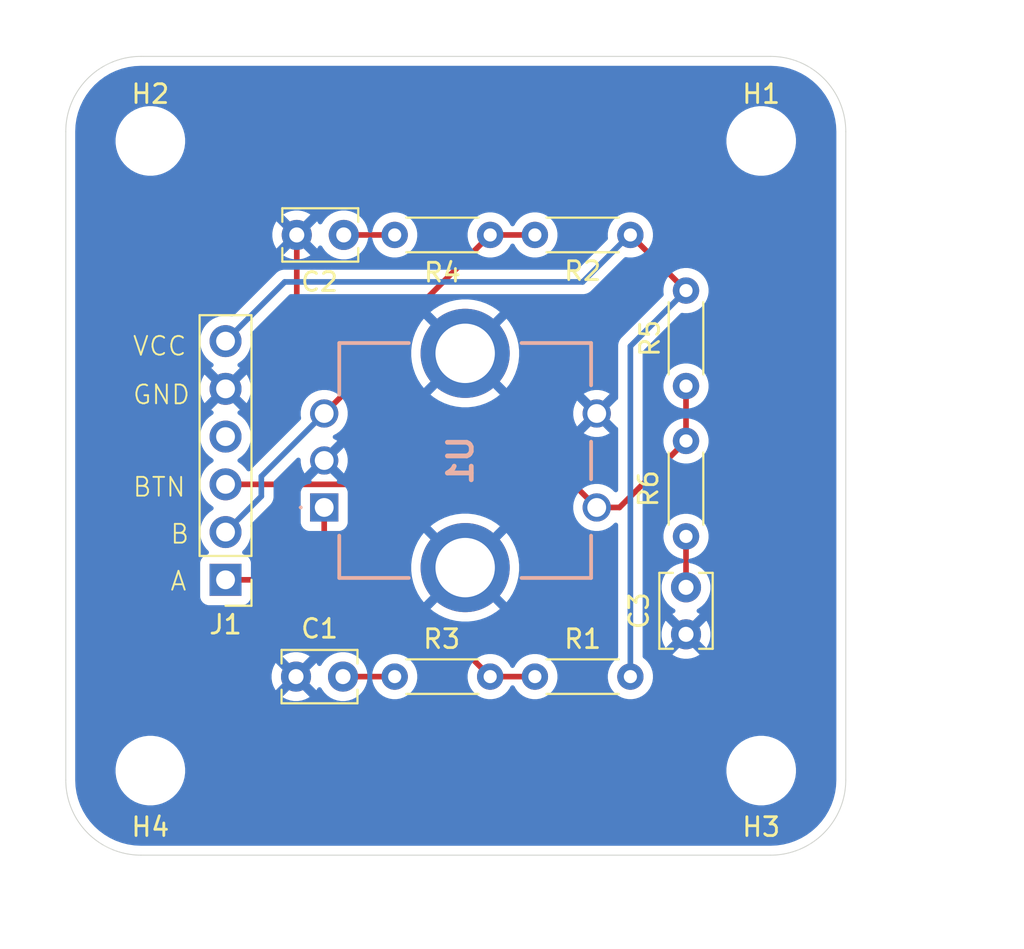
<source format=kicad_pcb>
(kicad_pcb (version 20241229) (generator "pcbnew") (generator_version "9.0")
  (layers (0 "F.Cu" signal) (2 "B.Cu" signal) (13 "F.Paste" user) (15 "B.Paste" user) (5 "F.SilkS" user "F.Silkscreen") (7 "B.SilkS" user "B.Silkscreen") (1 "F.Mask" user) (3 "B.Mask" user) (25 "Edge.Cuts" user))
  (net 0 "")
  (net 1 "Net-(C1-Pad2)")
  (net 2 "GND")
  (net 3 "Net-(C2-Pad2)")
  (net 4 "Net-(C3-Pad1)")
  (net 5 "B")
  (net 6 "BTN")
  (net 7 "VCC")
  (net 8 "A")
  (footprint "MountingHole:MountingHole_3.2mm_M3" (layer "F.Cu") (at 108 69.5)
    (property "Reference" "H2" (at 0 -2.5 0) (layer "F.SilkS"))
    (property "Value" "MountingHole")
    (pad "" np_thru_hole circle (at 0 0) (size 3.2 3.2) (drill 3.2) (layers "*.Cu" "*.Mask"))
  )
  (footprint "Resistor_THT:R_Axial_DIN0204_L3.6mm_D1.6mm_P5.08mm_Horizontal" (layer "F.Cu") (at 136.5 82.54 90)
    (property "Reference" "R5" (at 2.54 -1.92 90) (layer "F.SilkS"))
    (property "Value" "10K")
    (fp_line (start 0.62 -0.92) (end 4.46 -0.92) (stroke (width 0.12)) (layer "F.SilkS"))
    (fp_line (start 0.62 0.92) (end 4.46 0.92) (stroke (width 0.12)) (layer "F.SilkS"))
    (pad "1" thru_hole circle (at 0 0 90) (size 1.4 1.4) (drill 0.7) (layers "*.Cu" "*.Mask") (net 6 "BTN"))
    (pad "2" thru_hole circle (at 5.08 0 90) (size 1.4 1.4) (drill 0.7) (layers "*.Cu" "*.Mask") (net 7 "VCC"))
  )
  (footprint "Connector_PinHeader_2.54mm:PinHeader_1x06_P2.54mm_Vertical" (layer "F.Cu") (at 112 92.85 180)
    (property "Reference" "J1" (at 0 -2.38 0) (layer "F.SilkS"))
    (property "Value" "Conn_01x06")
    (fp_line (start 1.38 1.27) (end 1.38 14.08) (stroke (width 0.12)) (layer "F.SilkS"))
    (fp_line (start -1.38 14.08) (end 1.38 14.08) (stroke (width 0.12)) (layer "F.SilkS"))
    (fp_line (start -1.38 1.27) (end 1.38 1.27) (stroke (width 0.12)) (layer "F.SilkS"))
    (fp_line (start -1.38 1.27) (end -1.38 14.08) (stroke (width 0.12)) (layer "F.SilkS"))
    (fp_line (start -1.38 0) (end -1.38 -1.38) (stroke (width 0.12)) (layer "F.SilkS"))
    (fp_line (start -1.38 -1.38) (end 0 -1.38) (stroke (width 0.12)) (layer "F.SilkS"))
    (pad "1" thru_hole rect (at 0 0 180) (size 1.7 1.7) (drill 1) (layers "*.Cu" "*.Mask") (net 8 "A"))
    (pad "2" thru_hole circle (at 0 2.54 180) (size 1.7 1.7) (drill 1) (layers "*.Cu" "*.Mask") (net 5 "B"))
    (pad "3" thru_hole circle (at 0 5.08 180) (size 1.7 1.7) (drill 1) (layers "*.Cu" "*.Mask") (net 6 "BTN"))
    (pad "4" thru_hole circle (at 0 7.62 180) (size 1.7 1.7) (drill 1) (layers "*.Cu" "*.Mask"))
    (pad "5" thru_hole circle (at 0 10.16 180) (size 1.7 1.7) (drill 1) (layers "*.Cu" "*.Mask") (net 2 "GND"))
    (pad "6" thru_hole circle (at 0 12.7 180) (size 1.7 1.7) (drill 1) (layers "*.Cu" "*.Mask") (net 7 "VCC"))
  )
  (footprint "Resistor_THT:R_Axial_DIN0204_L3.6mm_D1.6mm_P5.08mm_Horizontal" (layer "F.Cu") (at 133.54 74.5 180)
    (property "Reference" "R2" (at 2.54 -1.92 0) (layer "F.SilkS"))
    (property "Value" "10K")
    (fp_line (start 0.62 0.92) (end 4.46 0.92) (stroke (width 0.12)) (layer "F.SilkS"))
    (fp_line (start 0.62 -0.92) (end 4.46 -0.92) (stroke (width 0.12)) (layer "F.SilkS"))
    (pad "1" thru_hole circle (at 0 0 180) (size 1.4 1.4) (drill 0.7) (layers "*.Cu" "*.Mask") (net 7 "VCC"))
    (pad "2" thru_hole circle (at 5.08 0 180) (size 1.4 1.4) (drill 0.7) (layers "*.Cu" "*.Mask") (net 5 "B"))
  )
  (footprint "Capacitor_THT:C_Disc_D3.8mm_W2.6mm_P2.50mm" (layer "F.Cu") (at 136.5 93.25 -90)
    (property "Reference" "C3" (at 1.25 2.5 90) (layer "F.SilkS"))
    (property "Value" "0.01uF")
    (fp_line (start -0.77 1.42) (end -0.77 0.699) (stroke (width 0.12)) (layer "F.SilkS"))
    (fp_line (start 3.27 1.42) (end -0.77 1.42) (stroke (width 0.12)) (layer "F.SilkS"))
    (fp_line (start 3.27 0.699) (end 3.27 1.42) (stroke (width 0.12)) (layer "F.SilkS"))
    (fp_line (start -0.77 -0.699) (end -0.77 -1.42) (stroke (width 0.12)) (layer "F.SilkS"))
    (fp_line (start -0.77 -1.42) (end 3.27 -1.42) (stroke (width 0.12)) (layer "F.SilkS"))
    (fp_line (start 3.27 -1.42) (end 3.27 -0.699) (stroke (width 0.12)) (layer "F.SilkS"))
    (pad "1" thru_hole circle (at 0 0 270) (size 1.6 1.6) (drill 0.8) (layers "*.Cu" "*.Mask") (net 4 "Net-(C3-Pad1)"))
    (pad "2" thru_hole circle (at 2.5 0 270) (size 1.6 1.6) (drill 0.8) (layers "*.Cu" "*.Mask") (net 2 "GND"))
  )
  (footprint "Capacitor_THT:C_Disc_D3.8mm_W2.6mm_P2.50mm" (layer "F.Cu") (at 115.79 74.5)
    (property "Reference" "C2" (at 1.21 2.5 0) (layer "F.SilkS"))
    (property "Value" "0.01uF")
    (fp_line (start -0.77 -1.42) (end 3.27 -1.42) (stroke (width 0.12)) (layer "F.SilkS"))
    (fp_line (start -0.77 -0.699) (end -0.77 -1.42) (stroke (width 0.12)) (layer "F.SilkS"))
    (fp_line (start -0.77 1.42) (end -0.77 0.699) (stroke (width 0.12)) (layer "F.SilkS"))
    (fp_line (start 3.27 -1.42) (end 3.27 -0.699) (stroke (width 0.12)) (layer "F.SilkS"))
    (fp_line (start 3.27 0.699) (end 3.27 1.42) (stroke (width 0.12)) (layer "F.SilkS"))
    (fp_line (start 3.27 1.42) (end -0.77 1.42) (stroke (width 0.12)) (layer "F.SilkS"))
    (pad "1" thru_hole circle (at 0 0) (size 1.6 1.6) (drill 0.8) (layers "*.Cu" "*.Mask") (net 2 "GND"))
    (pad "2" thru_hole circle (at 2.5 0) (size 1.6 1.6) (drill 0.8) (layers "*.Cu" "*.Mask") (net 3 "Net-(C2-Pad2)"))
  )
  (footprint "MountingHole:MountingHole_3.2mm_M3" (layer "F.Cu") (at 108 103)
    (property "Reference" "H4" (at 0 3 0) (layer "F.SilkS"))
    (property "Value" "MountingHole")
    (pad "" np_thru_hole circle (at 0 0) (size 3.2 3.2) (drill 3.2) (layers "*.Cu" "*.Mask"))
  )
  (footprint "MountingHole:MountingHole_3.2mm_M3" (layer "F.Cu") (at 140.5 103)
    (property "Reference" "H3" (at 0 3 0) (layer "F.SilkS"))
    (property "Value" "MountingHole")
    (pad "" np_thru_hole circle (at 0 0) (size 3.2 3.2) (drill 3.2) (layers "*.Cu" "*.Mask"))
  )
  (footprint "Resistor_THT:R_Axial_DIN0204_L3.6mm_D1.6mm_P5.08mm_Horizontal" (layer "F.Cu") (at 136.5 85.46 -90)
    (property "Reference" "R6" (at 2.54 2 90) (layer "F.SilkS"))
    (property "Value" "10K")
    (fp_line (start 0.62 0.92) (end 4.46 0.92) (stroke (width 0.12)) (layer "F.SilkS"))
    (fp_line (start 0.62 -0.92) (end 4.46 -0.92) (stroke (width 0.12)) (layer "F.SilkS"))
    (pad "1" thru_hole circle (at 0 0 270) (size 1.4 1.4) (drill 0.7) (layers "*.Cu" "*.Mask") (net 6 "BTN"))
    (pad "2" thru_hole circle (at 5.08 0 270) (size 1.4 1.4) (drill 0.7) (layers "*.Cu" "*.Mask") (net 4 "Net-(C3-Pad1)"))
  )
  (footprint "Capacitor_THT:C_Disc_D3.8mm_W2.6mm_P2.50mm" (layer "F.Cu") (at 115.75 98)
    (property "Reference" "C1" (at 1.25 -2.55 0) (layer "F.SilkS"))
    (property "Value" "0.01uF")
    (fp_line (start -0.77 -1.42) (end 3.27 -1.42) (stroke (width 0.12)) (layer "F.SilkS"))
    (fp_line (start -0.77 -0.699) (end -0.77 -1.42) (stroke (width 0.12)) (layer "F.SilkS"))
    (fp_line (start -0.77 1.42) (end -0.77 0.699) (stroke (width 0.12)) (layer "F.SilkS"))
    (fp_line (start 3.27 -1.42) (end 3.27 -0.699) (stroke (width 0.12)) (layer "F.SilkS"))
    (fp_line (start 3.27 0.699) (end 3.27 1.42) (stroke (width 0.12)) (layer "F.SilkS"))
    (fp_line (start 3.27 1.42) (end -0.77 1.42) (stroke (width 0.12)) (layer "F.SilkS"))
    (pad "1" thru_hole circle (at 0 0) (size 1.6 1.6) (drill 0.8) (layers "*.Cu" "*.Mask") (net 2 "GND"))
    (pad "2" thru_hole circle (at 2.5 0) (size 1.6 1.6) (drill 0.8) (layers "*.Cu" "*.Mask") (net 1 "Net-(C1-Pad2)"))
  )
  (footprint "Resistor_THT:R_Axial_DIN0204_L3.6mm_D1.6mm_P5.08mm_Horizontal" (layer "F.Cu") (at 126.08 98 180)
    (property "Reference" "R3" (at 2.58 2 0) (layer "F.SilkS"))
    (property "Value" "10K")
    (fp_line (start 0.62 0.92) (end 4.46 0.92) (stroke (width 0.12)) (layer "F.SilkS"))
    (fp_line (start 0.62 -0.92) (end 4.46 -0.92) (stroke (width 0.12)) (layer "F.SilkS"))
    (pad "1" thru_hole circle (at 0 0 180) (size 1.4 1.4) (drill 0.7) (layers "*.Cu" "*.Mask") (net 8 "A"))
    (pad "2" thru_hole circle (at 5.08 0 180) (size 1.4 1.4) (drill 0.7) (layers "*.Cu" "*.Mask") (net 1 "Net-(C1-Pad2)"))
  )
  (footprint "Resistor_THT:R_Axial_DIN0204_L3.6mm_D1.6mm_P5.08mm_Horizontal" (layer "F.Cu") (at 121 74.5)
    (property "Reference" "R4" (at 2.54 2 0) (layer "F.SilkS"))
    (property "Value" "10K")
    (fp_line (start 0.62 -0.92) (end 4.46 -0.92) (stroke (width 0.12)) (layer "F.SilkS"))
    (fp_line (start 0.62 0.92) (end 4.46 0.92) (stroke (width 0.12)) (layer "F.SilkS"))
    (pad "1" thru_hole circle (at 0 0) (size 1.4 1.4) (drill 0.7) (layers "*.Cu" "*.Mask") (net 3 "Net-(C2-Pad2)"))
    (pad "2" thru_hole circle (at 5.08 0) (size 1.4 1.4) (drill 0.7) (layers "*.Cu" "*.Mask") (net 5 "B"))
  )
  (footprint "Resistor_THT:R_Axial_DIN0204_L3.6mm_D1.6mm_P5.08mm_Horizontal" (layer "F.Cu") (at 133.54 98 180)
    (property "Reference" "R1" (at 2.54 2 0) (layer "F.SilkS"))
    (property "Value" "10K")
    (fp_line (start 0.62 0.92) (end 4.46 0.92) (stroke (width 0.12)) (layer "F.SilkS"))
    (fp_line (start 0.62 -0.92) (end 4.46 -0.92) (stroke (width 0.12)) (layer "F.SilkS"))
    (pad "1" thru_hole circle (at 0 0 180) (size 1.4 1.4) (drill 0.7) (layers "*.Cu" "*.Mask") (net 7 "VCC"))
    (pad "2" thru_hole circle (at 5.08 0 180) (size 1.4 1.4) (drill 0.7) (layers "*.Cu" "*.Mask") (net 8 "A"))
  )
  (footprint "MountingHole:MountingHole_3.2mm_M3" (layer "F.Cu") (at 140.5 69.5)
    (property "Reference" "H1" (at 0 -2.5 0) (layer "F.SilkS"))
    (property "Value" "MountingHole")
    (pad "" np_thru_hole circle (at 0 0) (size 3.2 3.2) (drill 3.2) (layers "*.Cu" "*.Mask"))
  )
  (footprint "SamacSys_Parts:PEC11R4325FS0012" (layer "B.Cu") (at 117.25 89 90)
    (property "Reference" "U1" (at 2.5 7.25 90) (layer "B.SilkS") (effects (font (size 1.27 1.27) (thickness 0.254)) (justify mirror)))
    (property "Value" "PEC11R-4325F-S0012" (hide yes))
    (fp_line (start 0 -1.3) (end 0 -1.3) (stroke (width 0.1)) (layer "B.SilkS"))
    (fp_line (start 0 -1.2) (end 0 -1.2) (stroke (width 0.1)) (layer "B.SilkS"))
    (fp_line (start 8.75 0.8) (end 6 0.8) (stroke (width 0.2)) (layer "B.SilkS"))
    (fp_line (start -3.75 0.8) (end -1.5 0.8) (stroke (width 0.2)) (layer "B.SilkS"))
    (fp_line (start 8.75 4.5) (end 8.75 0.8) (stroke (width 0.2)) (layer "B.SilkS"))
    (fp_line (start -3.75 4.5) (end -3.75 0.8) (stroke (width 0.2)) (layer "B.SilkS"))
    (fp_line (start 8.75 14.2) (end 8.75 10.5) (stroke (width 0.2)) (layer "B.SilkS"))
    (fp_line (start 6.5 14.2) (end 8.75 14.2) (stroke (width 0.2)) (layer "B.SilkS"))
    (fp_line (start 1.5 14.2) (end 3.5 14.2) (stroke (width 0.2)) (layer "B.SilkS"))
    (fp_line (start -1.5 14.2) (end -3.75 14.2) (stroke (width 0.2)) (layer "B.SilkS"))
    (fp_line (start -3.75 14.2) (end -3.75 10.5) (stroke (width 0.2)) (layer "B.SilkS"))
    (fp_arc (start 0 -1.3) (mid 0.05 -1.25) (end 0 -1.2) (stroke (width 0.1)) (layer "B.SilkS"))
    (fp_arc (start 0 -1.2) (mid -0.05 -1.25) (end 0 -1.3) (stroke (width 0.1)) (layer "B.SilkS"))
    (pad "1" thru_hole circle (at 0 14.5 90) (size 1.5 1.5) (drill 1) (layers "*.Cu" "*.Mask") (net 6 "BTN"))
    (pad "2" thru_hole circle (at 5 14.5 90) (size 1.5 1.5) (drill 1) (layers "*.Cu" "*.Mask") (net 2 "GND"))
    (pad "3" thru_hole circle (at -3.2 7.5 90) (size 4.74 4.74) (drill 3.16) (layers "*.Cu" "*.Mask") (net 2 "GND"))
    (pad "4" thru_hole circle (at 8.2 7.5 90) (size 4.74 4.74) (drill 3.16) (layers "*.Cu" "*.Mask") (net 2 "GND"))
    (pad "A1" thru_hole rect (at 0 0 90) (size 1.5 1.5) (drill 1) (layers "*.Cu" "*.Mask") (net 8 "A"))
    (pad "B1" thru_hole circle (at 5 0 90) (size 1.5 1.5) (drill 1) (layers "*.Cu" "*.Mask") (net 5 "B"))
    (pad "C1" thru_hole circle (at 2.5 0 90) (size 1.5 1.5) (drill 1) (layers "*.Cu" "*.Mask") (net 2 "GND"))
  )
  (gr_line (start 107.5 107.5) (end 141 107.5) (stroke (width 0.05)) (layer "Edge.Cuts"))
  (gr_arc (start 103.5 69) (mid 104.671573 66.171573) (end 107.5 65) (stroke (width 0.05)) (layer "Edge.Cuts"))
  (gr_arc (start 145 103.5) (mid 143.828427 106.328427) (end 141 107.5) (stroke (width 0.05)) (layer "Edge.Cuts"))
  (gr_line (start 141 65) (end 107.5 65) (stroke (width 0.05)) (layer "Edge.Cuts"))
  (gr_line (start 103.5 69) (end 103.5 103.5) (stroke (width 0.05)) (layer "Edge.Cuts"))
  (gr_arc (start 141 65) (mid 143.828427 66.171573) (end 145 69) (stroke (width 0.05)) (layer "Edge.Cuts"))
  (gr_arc (start 107.5 107.5) (mid 104.671573 106.328427) (end 103.5 103.5) (stroke (width 0.05)) (layer "Edge.Cuts"))
  (gr_line (start 145 103.5) (end 145 69) (stroke (width 0.05)) (layer "Edge.Cuts"))
  (gr_text "VCC" (at 107 81 0) (layer "F.SilkS") (effects (font (size 1 1) (thickness 0.1)) (justify left bottom)))
  (gr_text "BTN" (at 107 88.5 0) (layer "F.SilkS") (effects (font (size 1 1) (thickness 0.1)) (justify left bottom)))
  (gr_text "A" (at 109 93.5 0) (layer "F.SilkS") (effects (font (size 1 1) (thickness 0.1)) (justify left bottom)))
  (gr_text "GND" (at 107 83 0) (layer "F.SilkS") (effects (font (size 1 1) (thickness 0.1)) (justify left)))
  (gr_text "B" (at 109 91 0) (layer "F.SilkS") (effects (font (size 1 1) (thickness 0.1)) (justify left bottom)))
  (segment (start 118.25 98) (end 121 98) (width 0.3) (layer "F.Cu") (net 1))
  (segment (start 115.79 74.5) (end 115.79 78.9) (width 0.3) (layer "F.Cu") (net 2))
  (segment (start 115.79 78.9) (end 112 82.69) (width 0.3) (layer "F.Cu") (net 2))
  (segment (start 118.29 74.5) (end 121 74.5) (width 0.3) (layer "F.Cu") (net 3))
  (segment (start 136.5 90.54) (end 136.5 93.25) (width 0.3) (layer "F.Cu") (net 4))
  (segment (start 119.125 81.455) (end 126.08 74.5) (width 0.3) (layer "F.Cu") (net 5))
  (segment (start 117.25 84) (end 119.125 82.125) (width 0.3) (layer "F.Cu") (net 5))
  (segment (start 126.08 74.5) (end 128.46 74.5) (width 0.3) (layer "F.Cu") (net 5))
  (segment (start 119.125 82.125) (end 119.125 81.455) (width 0.3) (layer "F.Cu") (net 5))
  (segment (start 113.905 87.345) (end 113.905 88.405) (width 0.3) (layer "B.Cu") (net 5))
  (segment (start 113.905 88.405) (end 112 90.31) (width 0.3) (layer "B.Cu") (net 5))
  (segment (start 117.25 84) (end 113.905 87.345) (width 0.3) (layer "B.Cu") (net 5))
  (segment (start 131.75 89) (end 130.52 87.77) (width 0.3) (layer "F.Cu") (net 6))
  (segment (start 132.96 89) (end 136.5 85.46) (width 0.3) (layer "F.Cu") (net 6))
  (segment (start 131.75 89) (end 132.96 89) (width 0.3) (layer "F.Cu") (net 6))
  (segment (start 112 87.77) (end 130.52 87.77) (width 0.3) (layer "F.Cu") (net 6))
  (segment (start 136.5 85.46) (end 136.5 82.54) (width 0.3) (layer "F.Cu") (net 6))
  (segment (start 133.54 74.5) (end 136.5 77.46) (width 0.3) (layer "F.Cu") (net 7))
  (segment (start 133.5 74.5) (end 131 77) (width 0.3) (layer "B.Cu") (net 7))
  (segment (start 133.54 98) (end 133.54 80.42) (width 0.3) (layer "B.Cu") (net 7))
  (segment (start 115.15 77) (end 112 80.15) (width 0.3) (layer "B.Cu") (net 7))
  (segment (start 131 77) (end 115.15 77) (width 0.3) (layer "B.Cu") (net 7))
  (segment (start 136.5 77.46) (end 133.54 80.42) (width 0.3) (layer "B.Cu") (net 7))
  (segment (start 117.25 91.25) (end 117.25 89) (width 0.3) (layer "F.Cu") (net 8))
  (segment (start 118.85 92.85) (end 117.25 91.25) (width 0.3) (layer "F.Cu") (net 8))
  (segment (start 123.58 95.5) (end 121.5 95.5) (width 0.3) (layer "F.Cu") (net 8))
  (segment (start 121.5 95.5) (end 118.85 92.85) (width 0.3) (layer "F.Cu") (net 8))
  (segment (start 126.08 98) (end 128.46 98) (width 0.3) (layer "F.Cu") (net 8))
  (segment (start 126.08 98) (end 123.58 95.5) (width 0.3) (layer "F.Cu") (net 8))
  (segment (start 112 92.85) (end 118.85 92.85) (width 0.3) (layer "F.Cu") (net 8))
  (zone (net 2) (net_name "GND") (layer "B.Cu") (connect_pads (clearance 0.5)) (min_thickness 0.25) (fill yes (thermal_gap 0.5) (thermal_bridge_width 0.5))
    (polygon (pts (xy 100 62) (xy 100 112.5) (xy 154.5 112) (xy 154 62)))
  )
)
</source>
